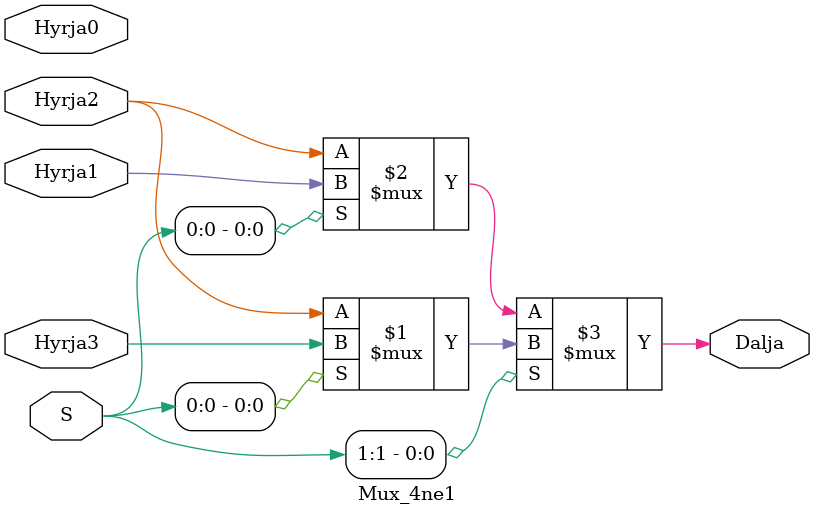
<source format=v>
`timescale 1ns / 1ps


module Mux_4ne1(

 input Hyrja0,
    input Hyrja1,
    input Hyrja2,
    input Hyrja3,
    input [1:0] S,
    output Dalja
    );
    //S 00 H0
    //S 01 H1
    //S 10 H2
    //S 11 H3 
    
    assign Dalja = S[1] ? (S[0] ? Hyrja3 : Hyrja2): (S[0] ? Hyrja1 :Hyrja2); 
    endmodule 
</source>
